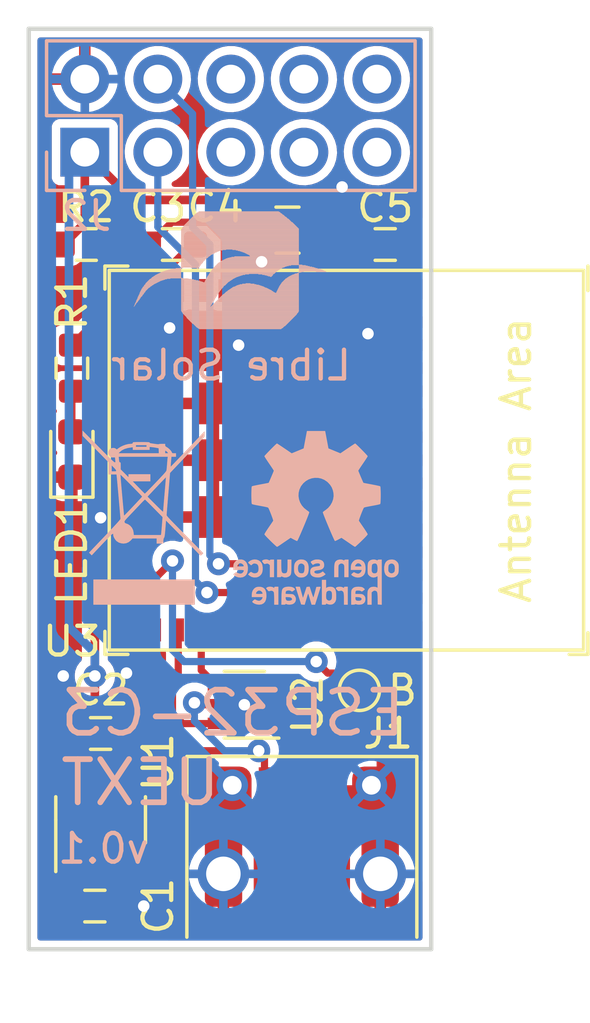
<source format=kicad_pcb>
(kicad_pcb (version 20211014) (generator pcbnew)
  (title_block (date "2023-01-02") (comment 4 "AISLER Project ID: BMARPPAC"))
  (layers (0 "F.Cu" signal) (31 "B.Cu" signal) (34 "B.Paste" user) (35 "F.Paste" user) (36 "B.SilkS" user "B.Silkscreen") (37 "F.SilkS" user "F.Silkscreen") (38 "B.Mask" user) (39 "F.Mask" user) (44 "Edge.Cuts" user))
  (net 0 "")
  (net 1 "GND")
  (net 2 "+3V3")
  (net 3 "/USB_D-")
  (net 4 "/USB_D+")
  (net 6 "/UEXT_TX")
  (net 7 "/UEXT_RX")
  (net 9 "/~{RESET}")
  (net 10 "/LED1")
  (net 11 "Net-(LED1-Pad2)")
  (net 12 "+5V")
  (net 20 "Net-(TP1-Pad1)")
  (footprint "LibreSolar:C_0805_2012" (layer "F.Cu") (at 151.5 86.5 180)
    (fp_text reference "C4" (at 2.5 0.8 180) (layer "F.SilkS"))
    (fp_text value "10uF")
    (pad "1" smd roundrect locked (at -1 0 180) (size 1.1 1.4) (layers "F.Cu" "F.Paste" "F.Mask") (roundrect_rratio 0.2) (net 2 "+3V3"))
    (pad "2" smd roundrect locked (at 1 0 180) (size 1.1 1.4) (layers "F.Cu" "F.Paste" "F.Mask") (roundrect_rratio 0.2) (net 1 "GND"))
  )
  (footprint "LibreSolar:C_0603_1608" (layer "F.Cu") (at 154.9 87)
    (fp_text reference "C5" (at 0 -1.3) (layer "F.SilkS"))
    (fp_text value "100nF")
    (pad "1" smd roundrect locked (at -0.8 0) (size 0.8 0.9) (layers "F.Cu" "F.Paste" "F.Mask") (roundrect_rratio 0.2) (net 2 "+3V3"))
    (pad "2" smd roundrect locked (at 0.8 0) (size 0.8 0.9) (layers "F.Cu" "F.Paste" "F.Mask") (roundrect_rratio 0.2) (net 1 "GND"))
  )
  (footprint "LibreSolar:C_0603_1608" (layer "F.Cu") (at 147.5 87)
    (fp_text reference "C3" (at -0.5 -1.3) (layer "F.SilkS"))
    (fp_text value "1uF")
    (pad "1" smd roundrect locked (at -0.8 0) (size 0.8 0.9) (layers "F.Cu" "F.Paste" "F.Mask") (roundrect_rratio 0.2) (net 9 "/~{RESET}"))
    (pad "2" smd roundrect locked (at 0.8 0) (size 0.8 0.9) (layers "F.Cu" "F.Paste" "F.Mask") (roundrect_rratio 0.2) (net 1 "GND"))
  )
  (footprint "LibreSolar:R_0603_1608" (layer "F.Cu") (at 144.5 87)
    (fp_text reference "R2" (at 0 -1.3) (layer "F.SilkS"))
    (fp_text value "10k")
    (pad "1" smd roundrect locked (at -0.8 0) (size 0.8 0.9) (layers "F.Cu" "F.Paste" "F.Mask") (roundrect_rratio 0.2) (net 2 "+3V3"))
    (pad "2" smd roundrect locked (at 0.8 0) (size 0.8 0.9) (layers "F.Cu" "F.Paste" "F.Mask") (roundrect_rratio 0.2) (net 9 "/~{RESET}"))
  )
  (footprint "LED_SMD:LED_0603_1608Metric" (layer "F.Cu") (at 144 94.3 90)
    (fp_text reference "LED1" (at -3.4 0 90) (layer "F.SilkS"))
    (fp_text value "LED")
    (pad "1" smd roundrect locked (at -0.7875 0 90) (size 0.875 0.95) (layers "F.Cu" "F.Paste" "F.Mask") (net 1 "GND"))
    (pad "2" smd roundrect locked (at 0.7875 0 90) (size 0.875 0.95) (layers "F.Cu" "F.Paste" "F.Mask") (net 11 "Net-(LED1-Pad2)"))
  )
  (footprint "LibreSolar:R_0603_1608" (layer "F.Cu") (at 144 91.3 -90)
    (fp_text reference "R1" (at -2.3 0 90) (layer "F.SilkS"))
    (fp_text value "1k")
    (pad "1" smd roundrect locked (at -0.8 0 270) (size 0.8 0.9) (layers "F.Cu" "F.Paste" "F.Mask") (roundrect_rratio 0.2) (net 10 "/LED1"))
    (pad "2" smd roundrect locked (at 0.8 0 270) (size 0.8 0.9) (layers "F.Cu" "F.Paste" "F.Mask") (roundrect_rratio 0.2) (net 11 "Net-(LED1-Pad2)"))
  )
  (footprint "LibreSolar:C_0603_1608" (layer "F.Cu") (at 145 104)
    (fp_text reference "C2" (at 0 -1.5 180) (layer "F.SilkS"))
    (fp_text value "2.2u")
    (pad "1" smd roundrect locked (at -0.8 0) (size 0.8 0.9) (layers "F.Cu" "F.Paste" "F.Mask") (roundrect_rratio 0.2) (net 2 "+3V3"))
    (pad "2" smd roundrect locked (at 0.8 0) (size 0.8 0.9) (layers "F.Cu" "F.Paste" "F.Mask") (roundrect_rratio 0.2) (net 1 "GND"))
  )
  (footprint "Package_TO_SOT_SMD:SOT-363_SC-70-6" (layer "F.Cu") (at 150 103 180)
    (fp_text reference "U2" (at -2.2 0 90) (layer "F.SilkS"))
    (fp_text value "NUP4202")
    (pad "1" smd rect locked (at -0.95 -0.65 180) (size 0.65 0.4) (layers "F.Cu" "F.Paste" "F.Mask") (net 3 "/USB_D-"))
    (pad "2" smd rect locked (at -0.95 0 180) (size 0.65 0.4) (layers "F.Cu" "F.Paste" "F.Mask") (net 1 "GND"))
    (pad "3" smd rect locked (at -0.95 0.65 180) (size 0.65 0.4) (layers "F.Cu" "F.Paste" "F.Mask") (net 4 "/USB_D+"))
    (pad "4" smd rect locked (at 0.95 0.65 180) (size 0.65 0.4) (layers "F.Cu" "F.Paste" "F.Mask") (net 4 "/USB_D+"))
    (pad "5" smd rect locked (at 0.95 0 180) (size 0.65 0.4) (layers "F.Cu" "F.Paste" "F.Mask") (net 12 "+5V"))
    (pad "6" smd rect locked (at 0.95 -0.65 180) (size 0.65 0.4) (layers "F.Cu" "F.Paste" "F.Mask") (net 3 "/USB_D-"))
  )
  (footprint "TestPoint:TestPoint_Pad_D1.0mm" (layer "F.Cu") (at 154 102.5 180)
    (fp_text reference "TP1" hide)
    (fp_text value "TestPoint")
    (pad "1" smd circle locked (at 0 0 180) (size 1 1) (layers "F.Cu" "F.Mask") (net 20 "Net-(TP1-Pad1)"))
  )
  (footprint "Espressif:ESP32-C3-MINI-1" (layer "F.Cu") (at 150.9 94.5 -90)
    (fp_text reference "U3" (at 6.3 6.9 180) (layer "F.SilkS"))
    (fp_text value "ESP32-C3-MINI-1")
    (fp_text user "Antenna Area" (at 0 -8.55 90) (layer "F.SilkS"))
    (pad "1" smd rect locked (at -5.9 -4) (size 0.4 0.8) (layers "F.Cu" "F.Paste" "F.Mask") (net 1 "GND"))
    (pad "2" smd rect locked (at -5.9 -3.2) (size 0.4 0.8) (layers "F.Cu" "F.Paste" "F.Mask") (net 1 "GND"))
    (pad "3" smd rect locked (at -5.9 -2.4) (size 0.4 0.8) (layers "F.Cu" "F.Paste" "F.Mask") (net 2 "+3V3"))
    (pad "4" smd rect locked (at -5.9 -1.6) (size 0.4 0.8) (layers "F.Cu" "F.Paste" "F.Mask"))
    (pad "5" smd rect locked (at -5.9 -0.8) (size 0.4 0.8) (layers "F.Cu" "F.Paste" "F.Mask") (net 2 "+3V3"))
    (pad "6" smd rect locked (at -5.9 0) (size 0.4 0.8) (layers "F.Cu" "F.Paste" "F.Mask"))
    (pad "7" smd rect locked (at -5.9 0.8) (size 0.4 0.8) (layers "F.Cu" "F.Paste" "F.Mask"))
    (pad "8" smd rect locked (at -5.9 1.6) (size 0.4 0.8) (layers "F.Cu" "F.Paste" "F.Mask") (net 9 "/~{RESET}"))
    (pad "9" smd rect locked (at -5.9 2.4) (size 0.4 0.8) (layers "F.Cu" "F.Paste" "F.Mask"))
    (pad "10" smd rect locked (at -5.9 3.2) (size 0.4 0.8) (layers "F.Cu" "F.Paste" "F.Mask"))
    (pad "11" smd rect locked (at -5.9 4) (size 0.4 0.8) (layers "F.Cu" "F.Paste" "F.Mask") (net 1 "GND"))
    (pad "12" smd rect locked (at -4.8 4.9 270) (size 0.4 0.8) (layers "F.Cu" "F.Paste" "F.Mask") (net 10 "/LED1"))
    (pad "13" smd rect locked (at -4 4.9 270) (size 0.4 0.8) (layers "F.Cu" "F.Paste" "F.Mask"))
    (pad "14" smd rect locked (at -3.2 4.9 270) (size 0.4 0.8) (layers "F.Cu" "F.Paste" "F.Mask") (net 1 "GND"))
    (pad "15" smd rect locked (at -2.4 4.9 270) (size 0.4 0.8) (layers "F.Cu" "F.Paste" "F.Mask"))
    (pad "16" smd rect locked (at -1.6 4.9 270) (size 0.4 0.8) (layers "F.Cu" "F.Paste" "F.Mask"))
    (pad "17" smd rect locked (at -0.8 4.9 270) (size 0.4 0.8) (layers "F.Cu" "F.Paste" "F.Mask"))
    (pad "18" smd rect locked (at 0 4.9 270) (size 0.4 0.8) (layers "F.Cu" "F.Paste" "F.Mask"))
    (pad "19" smd rect locked (at 0.8 4.9 270) (size 0.4 0.8) (layers "F.Cu" "F.Paste" "F.Mask"))
    (pad "20" smd rect locked (at 1.6 4.9 270) (size 0.4 0.8) (layers "F.Cu" "F.Paste" "F.Mask"))
    (pad "21" smd rect locked (at 2.4 4.9 270) (size 0.4 0.8) (layers "F.Cu" "F.Paste" "F.Mask"))
    (pad "22" smd rect locked (at 3.2 4.9 270) (size 0.4 0.8) (layers "F.Cu" "F.Paste" "F.Mask") (net 2 "+3V3"))
    (pad "23" smd rect locked (at 4 4.9 270) (size 0.4 0.8) (layers "F.Cu" "F.Paste" "F.Mask") (net 20 "Net-(TP1-Pad1)"))
    (pad "24" smd rect locked (at 4.8 4.9 270) (size 0.4 0.8) (layers "F.Cu" "F.Paste" "F.Mask"))
    (pad "25" smd rect locked (at 5.9 4) (size 0.4 0.8) (layers "F.Cu" "F.Paste" "F.Mask"))
    (pad "26" smd rect locked (at 5.9 3.2) (size 0.4 0.8) (layers "F.Cu" "F.Paste" "F.Mask") (net 3 "/USB_D-"))
    (pad "27" smd rect locked (at 5.9 2.4) (size 0.4 0.8) (layers "F.Cu" "F.Paste" "F.Mask") (net 4 "/USB_D+"))
    (pad "28" smd rect locked (at 5.9 1.6) (size 0.4 0.8) (layers "F.Cu" "F.Paste" "F.Mask"))
    (pad "29" smd rect locked (at 5.9 0.8) (size 0.4 0.8) (layers "F.Cu" "F.Paste" "F.Mask"))
    (pad "30" smd rect locked (at 5.9 0) (size 0.4 0.8) (layers "F.Cu" "F.Paste" "F.Mask") (net 6 "/UEXT_TX"))
    (pad "31" smd rect locked (at 5.9 -0.8) (size 0.4 0.8) (layers "F.Cu" "F.Paste" "F.Mask") (net 7 "/UEXT_RX"))
    (pad "32" smd rect locked (at 5.9 -1.6) (size 0.4 0.8) (layers "F.Cu" "F.Paste" "F.Mask"))
    (pad "33" smd rect locked (at 5.9 -2.4) (size 0.4 0.8) (layers "F.Cu" "F.Paste" "F.Mask"))
    (pad "34" smd rect locked (at 5.9 -3.2) (size 0.4 0.8) (layers "F.Cu" "F.Paste" "F.Mask"))
    (pad "35" smd rect locked (at 5.9 -4) (size 0.4 0.8) (layers "F.Cu" "F.Paste" "F.Mask"))
    (pad "36" smd rect locked (at -5.95 -4.95) (size 0.7 0.7) (layers "F.Cu" "F.Paste" "F.Mask") (net 1 "GND"))
    (pad "36" smd rect locked (at -4 -4.9 270) (size 0.4 0.8) (layers "F.Cu" "F.Paste" "F.Mask") (net 1 "GND"))
    (pad "36" smd rect locked (at 4.8 -4.9 270) (size 0.4 0.8) (layers "F.Cu" "F.Paste" "F.Mask") (net 1 "GND"))
    (pad "36" smd rect locked (at -2.4 -4.9 270) (size 0.4 0.8) (layers "F.Cu" "F.Paste" "F.Mask") (net 1 "GND"))
    (pad "36" smd rect locked (at 4 -4.9 270) (size 0.4 0.8) (layers "F.Cu" "F.Paste" "F.Mask") (net 1 "GND"))
    (pad "36" smd rect locked (at 1.975 0) (size 1.45 1.45) (layers "F.Cu" "F.Paste" "F.Mask") (net 1 "GND"))
    (pad "36" smd rect locked (at 5.95 -4.95) (size 0.7 0.7) (layers "F.Cu" "F.Paste" "F.Mask") (net 1 "GND"))
    (pad "36" smd rect locked (at 0 1.975) (size 1.45 1.45) (layers "F.Cu" "F.Paste" "F.Mask") (net 1 "GND"))
    (pad "36" smd rect locked (at 5.95 4.95) (size 0.7 0.7) (layers "F.Cu" "F.Paste" "F.Mask") (net 1 "GND"))
    (pad "36" smd rect locked (at -0.8 -4.9 270) (size 0.4 0.8) (layers "F.Cu" "F.Paste" "F.Mask") (net 1 "GND"))
    (pad "36" smd rect locked (at -5.95 4.95) (size 0.7 0.7) (layers "F.Cu" "F.Paste" "F.Mask") (net 1 "GND"))
    (pad "36" smd rect locked (at 1.6 -4.9 270) (size 0.4 0.8) (layers "F.Cu" "F.Paste" "F.Mask") (net 1 "GND"))
    (pad "36" smd rect locked (at -4.8 -4.9 270) (size 0.4 0.8) (layers "F.Cu" "F.Paste" "F.Mask") (net 1 "GND"))
    (pad "36" smd custom locked (at -1.975 -1.975 270) (size 0.8 0.8) (layers "F.Cu" "F.Paste" "F.Mask") (net 1 "GND") (options (clearance outline) (anchor rect)) (primitives (gr_poly (pts (xy -0.725 0.725) (xy 0.725 0.725) (xy 0.725 -0.725) (xy -0.125 -0.725) (xy -0.725 -0.125)) (width 0) (fill yes))))
    (pad "36" smd rect locked (at 0 -1.975) (size 1.45 1.45) (layers "F.Cu" "F.Paste" "F.Mask") (net 1 "GND"))
    (pad "36" smd rect locked (at 0 0) (size 1.45 1.45) (layers "F.Cu" "F.Paste" "F.Mask") (net 1 "GND"))
    (pad "36" smd rect locked (at 1.975 1.975) (size 1.45 1.45) (layers "F.Cu" "F.Paste" "F.Mask") (net 1 "GND"))
    (pad "36" smd rect locked (at 3.2 -4.9 270) (size 0.4 0.8) (layers "F.Cu" "F.Paste" "F.Mask") (net 1 "GND"))
    (pad "36" smd rect locked (at 1.975 -1.975) (size 1.45 1.45) (layers "F.Cu" "F.Paste" "F.Mask") (net 1 "GND"))
    (pad "36" smd rect locked (at -1.6 -4.9 270) (size 0.4 0.8) (layers "F.Cu" "F.Paste" "F.Mask") (net 1 "GND"))
    (pad "36" smd rect locked (at -3.2 -4.9 270) (size 0.4 0.8) (layers "F.Cu" "F.Paste" "F.Mask") (net 1 "GND"))
    (pad "36" smd rect locked (at -1.975 0.05) (size 1.45 1.45) (layers "F.Cu" "F.Paste" "F.Mask") (net 1 "GND"))
    (pad "36" smd rect locked (at 2.4 -4.9 270) (size 0.4 0.8) (layers "F.Cu" "F.Paste" "F.Mask") (net 1 "GND"))
    (pad "36" smd rect locked (at -1.975 1.975) (size 1.45 1.45) (layers "F.Cu" "F.Paste" "F.Mask") (net 1 "GND"))
    (pad "36" smd rect locked (at 0 -4.9 270) (size 0.4 0.8) (layers "F.Cu" "F.Paste" "F.Mask") (net 1 "GND"))
    (pad "36" smd rect locked (at 0.8 -4.9 270) (size 0.4 0.8) (layers "F.Cu" "F.Paste" "F.Mask") (net 1 "GND"))
  )
  (footprint "LibreSolar:C_0603_1608" (layer "F.Cu") (at 144.8 110)
    (fp_text reference "C1" (at 2.2 0 90) (layer "F.SilkS"))
    (fp_text value "2.2u")
    (pad "1" smd roundrect locked (at -0.8 0) (size 0.8 0.9) (layers "F.Cu" "F.Paste" "F.Mask") (roundrect_rratio 0.2) (net 12 "+5V"))
    (pad "2" smd roundrect locked (at 0.8 0) (size 0.8 0.9) (layers "F.Cu" "F.Paste" "F.Mask") (roundrect_rratio 0.2) (net 1 "GND"))
  )
  (footprint "LibreSolar:USB_Micro-B_10103594-0001LF" (layer "F.Cu") (at 152 107.5)
    (fp_text reference "J1" (at 3 -3.5) (layer "F.SilkS"))
    (fp_text value "USB_B_Micro")
    (pad "1" smd rect (at -1.3 -1.5 90) (size 1.65 0.4) (layers "F.Cu" "F.Paste" "F.Mask") (net 12 "+5V"))
    (pad "2" smd rect (at -0.65 -1.5 90) (size 1.65 0.4) (layers "F.Cu" "F.Paste" "F.Mask") (net 3 "/USB_D-"))
    (pad "3" smd rect (at 0 -1.5 90) (size 1.65 0.4) (layers "F.Cu" "F.Paste" "F.Mask") (net 4 "/USB_D+"))
    (pad "4" smd rect (at 0.65 -1.5 90) (size 1.65 0.4) (layers "F.Cu" "F.Paste" "F.Mask"))
    (pad "5" smd rect (at 1.3 -1.5 90) (size 1.65 0.4) (layers "F.Cu" "F.Paste" "F.Mask") (net 1 "GND"))
    (pad "6" smd roundrect (at -2.725 1 90) (size 3.05 1.3) (layers "F.Cu" "F.Paste" "F.Mask") (roundrect_rratio 0.2) (net 1 "GND"))
    (pad "6" smd roundrect (at 2.725 1 90) (size 3.05 1.3) (layers "F.Cu" "F.Paste" "F.Mask") (roundrect_rratio 0.2) (net 1 "GND"))
    (pad "6" smd roundrect (at 0.96 1.62 90) (size 2.5 1.43) (layers "F.Cu" "F.Paste" "F.Mask") (net 1 "GND"))
    (pad "6" thru_hole circle (at -2.42 -1.7 90) (size 1.1 1.1) (drill 0.65) (layers *.Cu *.Mask) (net 1 "GND"))
    (pad "6" thru_hole oval (at -2.73 1.38 90) (size 1.8 1.8) (drill 1.2) (layers *.Cu *.Mask) (net 1 "GND"))
    (pad "6" smd roundrect (at 2.8 -1.1) (size 2.1 2.5) (layers "F.Cu" "F.Paste" "F.Mask") (roundrect_rratio 0.2) (net 1 "GND"))
    (pad "6" smd roundrect (at -2.8 -1.1) (size 2.1 2.5) (layers "F.Cu" "F.Paste" "F.Mask") (roundrect_rratio 0.2) (net 1 "GND"))
    (pad "6" thru_hole oval (at 2.73 1.38 90) (size 1.8 1.8) (drill 1.2) (layers *.Cu *.Mask) (net 1 "GND"))
    (pad "6" thru_hole circle (at 2.42 -1.7 90) (size 1.1 1.1) (drill 0.65) (layers *.Cu *.Mask) (net 1 "GND"))
    (pad "6" smd roundrect (at -0.96 1.62 90) (size 2.5 1.43) (layers "F.Cu" "F.Paste" "F.Mask") (net 1 "GND"))
  )
  (footprint "Package_TO_SOT_SMD:SOT-23-5" (layer "F.Cu") (at 145 107 90)
    (fp_text reference "U1" (at 2 2 90) (layer "F.SilkS"))
    (fp_text value "AP2210-3.3")
    (pad "1" smd roundrect locked (at -1.1375 -0.95 90) (size 1.325 0.6) (layers "F.Cu" "F.Paste" "F.Mask") (net 12 "+5V"))
    (pad "2" smd roundrect locked (at -1.1375 0 90) (size 1.325 0.6) (layers "F.Cu" "F.Paste" "F.Mask") (net 1 "GND"))
    (pad "3" smd roundrect locked (at -1.1375 0.95 90) (size 1.325 0.6) (layers "F.Cu" "F.Paste" "F.Mask") (net 12 "+5V"))
    (pad "4" smd roundrect locked (at 1.1375 0.95 90) (size 1.325 0.6) (layers "F.Cu" "F.Paste" "F.Mask"))
    (pad "5" smd roundrect locked (at 1.1375 -0.95 90) (size 1.325 0.6) (layers "F.Cu" "F.Paste" "F.Mask") (net 2 "+3V3"))
  )
  (footprint "Symbol:OSHW-Logo_5.7x6mm_SilkScreen" (layer "B.Cu") (at 152.5 96.5 180)
    (fp_text reference "LOGO2" hide)
    (fp_text value "Logo_Open_Hardware_Small" hide)
  )
  (footprint "LibreSolar:LIBRESOLAR_LOGO" (layer "B.Cu") (at 151.8375 89.90225 180)
    (fp_text reference "LOGO1" hide)
    (fp_text value "LibreSolar_Logo" hide)
    (fp_text user "Libre Solar" (at 2.3 -1.3) (layer "B.SilkS") (effects (justify mirror)))
  )
  (footprint "Symbol:WEEE-Logo_4.2x6mm_SilkScreen" (layer "B.Cu") (at 146.5 96.5 180)
    (fp_text reference "REF**" hide)
    (fp_text value "WEEE-Logo_4.2x6mm_SilkScreen" hide)
  )
  (footprint "Connector_PinSocket_2.54mm:PinSocket_2x05_P2.54mm_Vertical" (layer "B.Cu") (at 144.45 83.79 -90)
    (fp_text reference "J2" (at 2.21 -0.05 180) (layer "B.SilkS") (effects (justify mirror)))
    (fp_text value "UEXT")
    (pad "1" thru_hole rect locked (at 0 0 270) (size 1.7 1.7) (drill 1) (layers *.Cu *.Mask) (net 2 "+3V3"))
    (pad "2" thru_hole oval locked (at -2.54 0 270) (size 1.7 1.7) (drill 1) (layers *.Cu *.Mask) (net 1 "GND"))
    (pad "3" thru_hole oval locked (at 0 -2.54 270) (size 1.7 1.7) (drill 1) (layers *.Cu *.Mask) (net 6 "/UEXT_TX"))
    (pad "4" thru_hole oval locked (at -2.54 -2.54 270) (size 1.7 1.7) (drill 1) (layers *.Cu *.Mask) (net 7 "/UEXT_RX"))
    (pad "5" thru_hole oval locked (at 0 -5.08 270) (size 1.7 1.7) (drill 1) (layers *.Cu *.Mask))
    (pad "6" thru_hole oval locked (at -2.54 -5.08 270) (size 1.7 1.7) (drill 1) (layers *.Cu *.Mask))
    (pad "7" thru_hole oval locked (at 0 -7.62 270) (size 1.7 1.7) (drill 1) (layers *.Cu *.Mask))
    (pad "8" thru_hole oval locked (at -2.54 -7.62 270) (size 1.7 1.7) (drill 1) (layers *.Cu *.Mask))
    (pad "9" thru_hole oval locked (at 0 -10.16 270) (size 1.7 1.7) (drill 1) (layers *.Cu *.Mask))
    (pad "10" thru_hole oval locked (at -2.54 -10.16 270) (size 1.7 1.7) (drill 1) (layers *.Cu *.Mask))
  )
  (gr_line (start 142.5 79.5) (end 142.5 111.5) (layer "Edge.Cuts") (width 0.15))
  (gr_line (start 156.5 79.5) (end 142.5 79.5) (layer "Edge.Cuts") (width 0.15))
  (gr_line (start 142.5 111.5) (end 156.5 111.5) (layer "Edge.Cuts") (width 0.15))
  (gr_line (start 156.5 111.5) (end 156.5 79.5) (layer "Edge.Cuts") (width 0.15))
  (gr_text "v0.1" (at 145.1 108) (layer "B.SilkS") (effects (font (size 1 1)) (justify mirror)))
  (gr_text "ESP32-C3\nUEXT" (at 143.5 104.5) (layer "B.SilkS") (effects (font (size 1.5 1.5) (thickness 0.2)) (justify right mirror)))
  (gr_text "B" (at 155.5 102.5) (layer "F.SilkS") (effects (font (size 1 1))))
  (segment (start 152.975 92.525) (end 154.3 91.2) (width 0.25) (layer "F.Cu") (net 1))
  (segment (start 145 109.4) (end 145 108.1375) (width 0.25) (layer "F.Cu") (net 1))
  (segment (start 145.6 110) (end 145 109.4) (width 0.25) (layer "F.Cu") (net 1))
  (segment (start 145.6 110) (end 146.5 110) (width 0.25) (layer "F.Cu") (net 1))
  (segment (start 150.95 103) (end 150 103) (width 0.25) (layer "F.Cu") (net 1))
  (segment (start 148.3 87) (end 148.175 87) (width 0.25) (layer "F.Cu") (net 1))
  (segment (start 154.3 91.2) (end 154.3 90.1) (width 0.25) (layer "F.Cu") (net 1))
  (segment (start 146.9 88.275) (end 146.9 88.6) (width 0.25) (layer "F.Cu") (net 1))
  (segment (start 150.6 86.6) (end 150.5 86.5) (width 0.25) (layer "F.Cu") (net 1))
  (segment (start 148.175 87) (end 146.9 88.275) (width 0.25) (layer "F.Cu") (net 1))
  (segment (start 150.6 87.6) (end 150.6 86.6) (width 0.25) (layer "F.Cu") (net 1))
  (via (at 154.3 90.1) (size 0.8) (drill 0.4) (layers "F.Cu" "B.Cu") (net 1))
  (via (at 143.7 102) (size 0.8) (drill 0.4) (layers "F.Cu" "B.Cu") (net 1))
  (via (at 145.9 101.9) (size 0.8) (drill 0.4) (layers "F.Cu" "B.Cu") (net 1))
  (via (at 146.5 110) (size 0.8) (drill 0.4) (layers "F.Cu" "B.Cu") (net 1))
  (via (at 150 103) (size 0.8) (drill 0.4) (layers "F.Cu" "B.Cu") (net 1))
  (via (at 153.4 85) (size 0.8) (drill 0.4) (layers "F.Cu" "B.Cu") (net 1))
  (via (at 147.4 89.9) (size 0.8) (drill 0.4) (layers "F.Cu" "B.Cu") (net 1))
  (via (at 145 96.5) (size 0.8) (drill 0.4) (layers "F.Cu" "B.Cu") (net 1))
  (via (at 149.8 90.5) (size 0.8) (drill 0.4) (layers "F.Cu" "B.Cu") (net 1))
  (via (at 150.6 87.6) (size 0.8) (drill 0.4) (layers "F.Cu" "B.Cu") (net 1))
  (segment (start 144.45 83.79) (end 144.45 86.25) (width 0.3) (layer "F.Cu") (net 2))
  (segment (start 153.3 87.9) (end 153.3 88.6) (width 0.3) (layer "F.Cu") (net 2))
  (segment (start 151.7 88) (end 151.7 88.6) (width 0.3) (layer "F.Cu") (net 2))
  (segment (start 153.4 87.8) (end 151.9 87.8) (width 0.3) (layer "F.Cu") (net 2))
  (segment (start 151.45 85.45) (end 146.11 85.45) (width 0.3) (layer "F.Cu") (net 2))
  (segment (start 145.4 97.7) (end 144.8 98.3) (width 0.3) (layer "F.Cu") (net 2))
  (segment (start 144.8 103.4) (end 144.2 104) (width 0.3) (layer "F.Cu") (net 2))
  (segment (start 144.05 104.15) (end 144.2 104) (width 0.25) (layer "F.Cu") (net 2))
  (segment (start 154.2 87) (end 153.4 87.8) (width 0.3) (layer "F.Cu") (net 2))
  (segment (start 145.4 97.7) (end 146 97.7) (width 0.3) (layer "F.Cu") (net 2))
  (segment (start 144.45 86.25) (end 143.7 87) (width 0.3) (layer "F.Cu") (net 2))
  (segment (start 153.7 86.5) (end 154.2 87) (width 0.3) (layer "F.Cu") (net 2))
  (segment (start 144.8 98.3) (end 144.8 102) (width 0.3) (layer "F.Cu") (net 2))
  (segment (start 152.5 86.5) (end 153.7 86.5) (width 0.3) (layer "F.Cu") (net 2))
  (segment (start 153.4 87.8) (end 153.3 87.9) (width 0.3) (layer "F.Cu") (net 2))
  (segment (start 144.8 102) (end 144.8 103.4) (width 0.3) (layer "F.Cu") (net 2))
  (segment (start 152.5 86.5) (end 151.45 85.45) (width 0.3) (layer "F.Cu") (net 2))
  (segment (start 144.05 105.8625) (end 144.05 104.15) (width 0.25) (layer "F.Cu") (net 2))
  (segment (start 151.9 87.8) (end 151.7 88) (width 0.3) (layer "F.Cu") (net 2))
  (segment (start 146.11 85.45) (end 144.45 83.79) (width 0.3) (layer "F.Cu") (net 2))
  (via (at 144.8 102) (size 0.8) (drill 0.4) (layers "F.Cu" "B.Cu") (net 2))
  (segment (start 144.45 83.79) (end 143.9 84.34) (width 0.3) (layer "B.Cu") (net 2))
  (segment (start 144.8 101.2) (end 144.8 102) (width 0.3) (layer "B.Cu") (net 2))
  (segment (start 143.9 84.34) (end 143.9 100.3) (width 0.3) (layer "B.Cu") (net 2))
  (segment (start 143.9 100.3) (end 144.8 101.2) (width 0.3) (layer "B.Cu") (net 2))
  (segment (start 147.7 102.3) (end 147.5 102.5) (width 0.25) (layer "F.Cu") (net 3))
  (segment (start 151.35 104.05) (end 150.95 103.65) (width 0.25) (layer "F.Cu") (net 3))
  (segment (start 149.1245 103.7245) (end 150.8755 103.7245) (width 0.25) (layer "F.Cu") (net 3))
  (segment (start 147.5 103.3) (end 147.855608 103.655608) (width 0.25) (layer "F.Cu") (net 3))
  (segment (start 149.05 103.65) (end 149.1245 103.7245) (width 0.25) (layer "F.Cu") (net 3))
  (segment (start 147.855608 103.655608) (end 149.044392 103.655608) (width 0.25) (layer "F.Cu") (net 3))
  (segment (start 150.8755 103.7245) (end 150.95 103.65) (width 0.25) (layer "F.Cu") (net 3))
  (segment (start 147.5 102.5) (end 147.5 103.3) (width 0.25) (layer "F.Cu") (net 3))
  (segment (start 151.35 106) (end 151.35 104.05) (width 0.25) (layer "F.Cu") (net 3))
  (segment (start 147.7 100.4) (end 147.7 102.3) (width 0.25) (layer "F.Cu") (net 3))
  (segment (start 149.044392 103.655608) (end 149.05 103.65) (width 0.25) (layer "F.Cu") (net 3))
  (segment (start 151.525 102.35) (end 150.95 102.35) (width 0.25) (layer "F.Cu") (net 4))
  (segment (start 148.5 101.8) (end 148.5 100.4) (width 0.25) (layer "F.Cu") (net 4))
  (segment (start 152 106) (end 152 102.825) (width 0.25) (layer "F.Cu") (net 4))
  (segment (start 149.05 102.35) (end 148.5 101.8) (width 0.25) (layer "F.Cu") (net 4))
  (segment (start 149.1245 102.2755) (end 149.05 102.35) (width 0.25) (layer "F.Cu") (net 4))
  (segment (start 150.8755 102.2755) (end 149.1245 102.2755) (width 0.25) (layer "F.Cu") (net 4))
  (segment (start 150.95 102.35) (end 150.8755 102.2755) (width 0.25) (layer "F.Cu") (net 4))
  (segment (start 152 102.825) (end 151.525 102.35) (width 0.25) (layer "F.Cu") (net 4))
  (segment (start 150.9 99.65) (end 150.9 100.4) (width 0.25) (layer "F.Cu") (net 6))
  (segment (start 150.35 99.1) (end 150.9 99.65) (width 0.25) (layer "F.Cu") (net 6))
  (segment (start 150.35 99.1) (end 148.7 99.1) (width 0.25) (layer "F.Cu") (net 6))
  (via (at 148.7 99.1) (size 0.8) (drill 0.4) (layers "F.Cu" "B.Cu") (net 6))
  (segment (start 146.99 83.79) (end 146.99 86.39) (width 0.25) (layer "B.Cu") (net 6))
  (segment (start 148.3 87.7) (end 148.3 98.7) (width 0.25) (layer "B.Cu") (net 6))
  (segment (start 148.3 98.7) (end 148.7 99.1) (width 0.25) (layer "B.Cu") (net 6))
  (segment (start 146.99 86.39) (end 148.3 87.7) (width 0.25) (layer "B.Cu") (net 6))
  (segment (start 150.15 98.1) (end 149.1 98.1) (width 0.25) (layer "F.Cu") (net 7))
  (segment (start 150.15 98.1) (end 151.7 99.65) (width 0.25) (layer "F.Cu") (net 7))
  (segment (start 151.7 99.65) (end 151.7 100.4) (width 0.25) (layer "F.Cu") (net 7))
  (via (at 149.1 98.1) (size 0.8) (drill 0.4) (layers "F.Cu" "B.Cu") (net 7))
  (segment (start 148.2 86.4) (end 148.8 87) (width 0.25) (layer "B.Cu") (net 7))
  (segment (start 146.99 81.25) (end 148.2 82.46) (width 0.25) (layer "B.Cu") (net 7))
  (segment (start 148.8 87) (end 148.8 97.8) (width 0.25) (layer "B.Cu") (net 7))
  (segment (start 148.8 97.8) (end 149.1 98.1) (width 0.25) (layer "B.Cu") (net 7))
  (segment (start 148.2 82.46) (end 148.2 86.4) (width 0.25) (layer "B.Cu") (net 7))
  (segment (start 149.3 86.784106) (end 148.740894 86.225) (width 0.25) (layer "F.Cu") (net 9))
  (segment (start 149.3 88.6) (end 149.3 86.784106) (width 0.25) (layer "F.Cu") (net 9))
  (segment (start 146.7 87) (end 145.3 87) (width 0.3) (layer "F.Cu") (net 9))
  (segment (start 147.475 86.225) (end 146.7 87) (width 0.25) (layer "F.Cu") (net 9))
  (segment (start 148.740894 86.225) (end 147.475 86.225) (width 0.25) (layer "F.Cu") (net 9))
  (segment (start 144 90.5) (end 144.8 89.7) (width 0.25) (layer "F.Cu") (net 10))
  (segment (start 144.8 89.7) (end 146 89.7) (width 0.25) (layer "F.Cu") (net 10))
  (segment (start 144 92.1) (end 144 93.5125) (width 0.25) (layer "F.Cu") (net 11))
  (segment (start 148.3 104.6) (end 150.5 104.6) (width 0.25) (layer "F.Cu") (net 12))
  (segment (start 144.775 110.775) (end 146.925 110.775) (width 0.25) (layer "F.Cu") (net 12))
  (segment (start 145.95 107.753249) (end 145.95 108.1375) (width 0.25) (layer "F.Cu") (net 12))
  (segment (start 144.653249 107.15) (end 145.346751 107.15) (width 0.25) (layer "F.Cu") (net 12))
  (segment (start 149.05 103) (end 148.331118 103) (width 0.25) (layer "F.Cu") (net 12))
  (segment (start 145.346751 107.15) (end 145.95 107.753249) (width 0.25) (layer "F.Cu") (net 12))
  (segment (start 148.331118 103) (end 148.262226 102.931108) (width 0.25) (layer "F.Cu") (net 12))
  (segment (start 144.05 109.95) (end 144 110) (width 0.25) (layer "F.Cu") (net 12))
  (segment (start 144 110) (end 144.775 110.775) (width 0.25) (layer "F.Cu") (net 12))
  (segment (start 144.05 108.1375) (end 144.05 107.753249) (width 0.25) (layer "F.Cu") (net 12))
  (segment (start 146.925 110.775) (end 147.5 110.2) (width 0.25) (layer "F.Cu") (net 12))
  (segment (start 150.7 104.8) (end 150.5 104.6) (width 0.25) (layer "F.Cu") (net 12))
  (segment (start 144.05 107.753249) (end 144.653249 107.15) (width 0.25) (layer "F.Cu") (net 12))
  (segment (start 147.5 110.2) (end 147.5 105.4) (width 0.25) (layer "F.Cu") (net 12))
  (segment (start 147.5 105.4) (end 148.3 104.6) (width 0.25) (layer "F.Cu") (net 12))
  (segment (start 150.7 106) (end 150.7 104.8) (width 0.25) (layer "F.Cu") (net 12))
  (segment (start 144.05 108.1375) (end 144.05 109.95) (width 0.25) (layer "F.Cu") (net 12))
  (via (at 150.5 104.6) (size 0.8) (drill 0.4) (layers "F.Cu" "B.Cu") (net 12))
  (via (at 148.262226 102.931108) (size 0.8) (drill 0.4) (layers "F.Cu" "B.Cu") (net 12))
  (segment (start 148.262226 103.562226) (end 148.262226 102.931108) (width 0.25) (layer "B.Cu") (net 12))
  (segment (start 150.5 104.6) (end 149.931118 104.6) (width 0.25) (layer "B.Cu") (net 12))
  (segment (start 149.931118 104.6) (end 149.3 104.6) (width 0.25) (layer "B.Cu") (net 12))
  (segment (start 149.3 104.6) (end 148.262226 103.562226) (width 0.25) (layer "B.Cu") (net 12))
  (segment (start 152.9 101.9) (end 152.5 101.5) (width 0.25) (layer "F.Cu") (net 20))
  (segment (start 154 102.5) (end 153.4 101.9) (width 0.25) (layer "F.Cu") (net 20))
  (segment (start 147 98.5) (end 146 98.5) (width 0.25) (layer "F.Cu") (net 20))
  (segment (start 153.4 101.9) (end 152.9 101.9) (width 0.25) (layer "F.Cu") (net 20))
  (segment (start 147 98.5) (end 147.5 98) (width 0.25) (layer "F.Cu") (net 20))
  (via (at 147.5 98) (size 0.8) (drill 0.4) (layers "F.Cu" "B.Cu") (net 20))
  (via (at 152.5 101.5) (size 0.8) (drill 0.4) (layers "F.Cu" "B.Cu") (net 20))
  (segment (start 152.5 101.5) (end 147.9 101.5) (width 0.25) (layer "B.Cu") (net 20))
  (segment (start 147.9 101.5) (end 147.5 101.1) (width 0.25) (layer "B.Cu") (net 20))
  (segment (start 147.5 101.1) (end 147.5 98) (width 0.25) (layer "B.Cu") (net 20))
  (zone (net 1) (net_name "GND") (layer "F.Cu") (connect_pads (clearance 0.3)) (min_thickness 0.2) (fill yes (thermal_gap 0.4) (thermal_bridge_width 0.4))
    (polygon (pts (xy 142 112.5) (xy 142 78.5) (xy 157 78.5) (xy 157 112.5)))
  )
  (zone (net 1) (net_name "GND") (layer "B.Cu") (connect_pads (clearance 0.3)) (min_thickness 0.2) (fill yes (thermal_gap 0.3) (thermal_bridge_width 0.3))
    (polygon (pts (xy 141.5 112) (xy 141.5 79) (xy 157.5 79) (xy 157.5 112)))
  )
)
</source>
